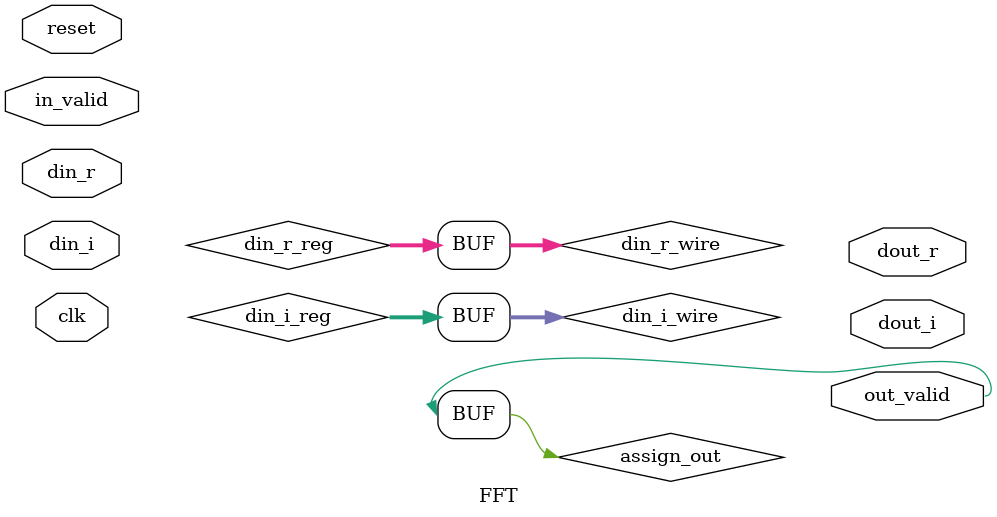
<source format=v>
`include "shift_16.v"
`include "shift_8.v"
`include "shift_4.v"
`include "shift_2.v"
`include "shift_1.v"
`include "radix2.v"
`include "ROM_16.v"
`include "ROM_8.v"
`include "ROM_4.v"
`include "ROM_2.v"

`timescale 1ns/10ps
module FFT(
		input wire clk,
		input wire  reset,
		input wire in_valid,
		input wire signed [11:0] din_r,
		input wire signed [11:0] din_i,
		output wire out_valid,
		output reg signed [15:0] dout_r,
		output reg signed [15:0] dout_i
	);

	integer i;
	reg signed  [15:0] result_r[0:31];
	reg signed  [15:0] result_i[0:31];
	reg signed  [15:0] result_r_ns[0:31];
	reg signed  [15:0] result_i_ns[0:31];
	reg signed [15:0] next_dout_r;
	reg signed [15:0] next_dout_i;
	reg         [5:0]   count_y;
	reg         [5:0]   next_count_y;

	reg signed [23:0] din_r_reg,din_i_reg;
	reg in_valid_reg,r4_valid,next_r4_valid;
	reg [1:0] no5_state;
	reg s5_count,next_s5_count;
	reg next_over,over;
	reg assign_out;
	reg next_out_valid;
	reg [4:0]y_1_delay;

	wire [23:0] out_r,out_i;
	wire [4:0] y_1;
	wire [23:0] din_r_wire,din_i_wire;

	assign out_valid = assign_out;
	assign y_1 = (count_y>5'd0)? (count_y - 5'd1) : count_y; 
	assign din_r_wire = din_r_reg;
	assign din_i_wire = din_i_reg;

	wire [1:0] rom16_state;
	wire [23:0]rom16_w_r,rom16_w_i;
	wire [23:0]shift_16_dout_r,shift_16_dout_i;
	wire [23:0] radix_no1_delay_r,radix_no1_delay_i;

	wire [1:0] rom8_state;
	wire [23:0]rom8_w_r,rom8_w_i;
	wire [23:0]shift_8_dout_r,shift_8_dout_i;
	wire [23:0]radix_no2_delay_r,radix_no2_delay_i;
	wire [23:0]radix_no1_op_r,radix_no1_op_i;
	wire [23:0]radix_no2_op_r,radix_no2_op_i;
	wire radix_no1_outvalid,radix_no2_outvalid;

	wire [1:0] rom4_state;
	wire [23:0]rom4_w_r,rom4_w_i;
	wire [23:0]shift_4_dout_r,shift_4_dout_i;
	wire [23:0]radix_no3_delay_r,radix_no3_delay_i;
	wire [23:0]radix_no3_op_r,radix_no3_op_i;
	wire radix_no3_outvalid;

	wire [1:0] rom2_state;
	wire [23:0]rom2_w_r,rom2_w_i;
	wire [23:0]shift_2_dout_r,shift_2_dout_i;
	wire [23:0]radix_no4_delay_r,radix_no4_delay_i;
	wire [23:0]radix_no4_op_r,radix_no4_op_i;
	wire radix_no4_outvalid;

	wire [23:0]shift_1_dout_r,shift_1_dout_i;
	wire [23:0]radix_no5_delay_r,radix_no5_delay_i;
	wire [23:0]radix_no5_op_r,radix_no5_op_i;

	radix2 radix_no1(
		.state(rom16_state),//state ctrl
		.din_a_r(shift_16_dout_r),//fb
		.din_a_i(shift_16_dout_i),//fb
		.din_b_r(din_r_wire),//input
		.din_b_i(din_i_wire),//input
		.w_r(rom16_w_r),//twindle_r
		.w_i(rom16_w_i),//twindle_i
		.op_r(radix_no1_op_r),
		.op_i(radix_no1_op_i),
		.delay_r(radix_no1_delay_r),
		.delay_i(radix_no1_delay_i),
		.outvalid(radix_no1_outvalid)
	);

	shift_16 shift_16(
		.clk(clk),.reset(reset),
		.in_valid(in_valid_reg),
		.din_r(radix_no1_delay_r),
		.din_i(radix_no1_delay_i),
		.dout_r(shift_16_dout_r),
		.dout_i(shift_16_dout_i)
	);

	ROM_16 rom16(
		.clk(clk),
		.in_valid(in_valid_reg),
		.reset(reset),
		.w_r(rom16_w_r),
		.w_i(rom16_w_i),
		.state(rom16_state)
	);

	radix2 radix_no2(
		.state(rom8_state),//state ctrl
		.din_a_r(shift_8_dout_r),//fb
		.din_a_i(shift_8_dout_i),//fb
		.din_b_r(radix_no1_op_r),//input
		.din_b_i(radix_no1_op_i),//input
		.w_r(rom8_w_r),//twindle
		.w_i(rom8_w_i),//d
		.op_r(radix_no2_op_r),
		.op_i(radix_no2_op_i),
		.delay_r(radix_no2_delay_r),
		.delay_i(radix_no2_delay_i),
		.outvalid(radix_no2_outvalid)
	);

	shift_8 shift_8(
		.clk(clk),.reset(reset),
		.in_valid(radix_no1_outvalid),
		.din_r(radix_no2_delay_r),
		.din_i(radix_no2_delay_i),
		.dout_r(shift_8_dout_r),
		.dout_i(shift_8_dout_i)
	);

	ROM_8 rom8(
		.clk(clk),
		.in_valid(radix_no1_outvalid),
		.reset(reset),
		.w_r(rom8_w_r),
		.w_i(rom8_w_i),
		.state(rom8_state)
	);


	radix2 radix_no3(
		.state(rom4_state),//state ctrl
		.din_a_r(shift_4_dout_r),//fb
		.din_a_i(shift_4_dout_i),//fb
		.din_b_r(radix_no2_op_r),//input
		.din_b_i(radix_no2_op_i),//input
		.w_r(rom4_w_r),//twindle
		.w_i(rom4_w_i),//d
		.op_r(radix_no3_op_r),
		.op_i(radix_no3_op_i),
		.delay_r(radix_no3_delay_r),
		.delay_i(radix_no3_delay_i),
		.outvalid(radix_no3_outvalid)
	);

	shift_4 shift_4(
		.clk(clk),.reset(reset),
		.in_valid(radix_no2_outvalid),
		.din_r(radix_no3_delay_r),
		.din_i(radix_no3_delay_i),
		.dout_r(shift_4_dout_r),
		.dout_i(shift_4_dout_i)  
	);

	ROM_4 rom4(
		.clk(clk),
		.in_valid(radix_no2_outvalid),
		.reset(reset),
		.w_r(rom4_w_r),
		.w_i(rom4_w_i),
		.state(rom4_state)
	);


	radix2 radix_no4(
		.state(rom2_state),//state ctrl
		.din_a_r(shift_2_dout_r),//fb
		.din_a_i(shift_2_dout_i),//fb
		.din_b_r(radix_no3_op_r),//input
		.din_b_i(radix_no3_op_i),//input
		.w_r(rom2_w_r),//twindle
		.w_i(rom2_w_i),//d
		.op_r(radix_no4_op_r),
		.op_i(radix_no4_op_i),
		.delay_r(radix_no4_delay_r),
		.delay_i(radix_no4_delay_i),
		.outvalid(radix_no4_outvalid)
	);

	shift_2 shift_2(
		.clk(clk),.reset(reset),
		.in_valid(radix_no3_outvalid),
		.din_r(radix_no4_delay_r),
		.din_i(radix_no4_delay_i),
		.dout_r(shift_2_dout_r),
		.dout_i(shift_2_dout_i)
	);

	ROM_2 rom2(
		.clk(clk),
		.in_valid(radix_no3_outvalid),
		.reset(reset),
		.w_r(rom2_w_r),
		.w_i(rom2_w_i),
		.state(rom2_state)
	);


	radix2 radix_no5(
		.state(no5_state),//state ctrl
		.din_a_r(shift_1_dout_r),//fb
		.din_a_i(shift_1_dout_i),//fb
		.din_b_r(radix_no4_op_r),//input
		.din_b_i(radix_no4_op_i),//input
		.w_r(24'd256),//twindle
		.w_i(24'd0),//d
		.op_r(out_r),
		.op_i(out_i),
		.delay_r(radix_no5_delay_r),
		.delay_i(radix_no5_delay_i),
		.outvalid()
	);

	shift_1 shift_1(
		.clk(clk),
		.reset(reset),
		.in_valid(radix_no4_outvalid),
		.din_r(radix_no5_delay_r),
		.din_i(radix_no5_delay_i),
		.dout_r(shift_1_dout_r),
		.dout_i(shift_1_dout_i)
	);

	// always@(posedge clk or posedge reset)begin
	// 	if(reset)begin
	// 		din_r_reg <= 0;
	// 		din_i_reg <= 0;
	// 		in_valid_reg <= 0;
	// 		s5_count <= 0;
	// 		r4_valid <= 0;
	// 		count_y <= 0;
	// 		assign_out <= 0;
	// 		over <= 0;
	// 		dout_r <= 0;
	// 		dout_i <= 0;
	// 		y_1_delay <= 0;
	// 		for (i=0;i<=31;i=i+1) begin
	// 			result_r[i] <= 0;
	// 			result_i[i] <= 0;
	// 		end
	// 	end
	// 	else begin
	// 		din_r_reg <= {{4{din_r[11]}},din_r,8'b0};
	// 		din_i_reg <= {{4{din_i[11]}},din_i,8'b0};
	// 		in_valid_reg <= in_valid;
	// 		s5_count <= next_s5_count;
	// 		r4_valid <= next_r4_valid;
	// 		count_y  <= next_count_y;
	// 		assign_out <= next_out_valid;
	// 		over <= next_over;
	// 		y_1_delay <= y_1;
	// 		dout_r <= next_dout_r;
	// 		dout_i <= next_dout_i;
	// 		for (i=0;i<=31;i=i+1) begin
	// 			result_r[i] <= result_r_ns[i];
	// 			result_i[i] <= result_i_ns[i];
	// 		end
	// 		$display("Valor de result_r %0d", result_r[i]);
	// 	end
	// end
	// always@(*)begin

	// 	next_r4_valid = radix_no4_outvalid;
	// 	if (r4_valid)next_s5_count = s5_count + 1;
	// 	else next_s5_count = s5_count;
		
	// 	if(r4_valid && s5_count == 1'b0)no5_state = 2'b01;
	// 	else if(r4_valid && s5_count == 1'b1)no5_state = 2'b10;
	// 	else no5_state = 2'b00;

	// 	if(radix_no4_outvalid) next_count_y = count_y + 5'd1;
	// 	else next_count_y = count_y;

	// 	if(next_out_valid) begin
	// 		next_dout_r = result_r[y_1_delay];
	// 		next_dout_i = result_i[y_1_delay];
	// 	end
	// 	else begin
	// 		next_dout_r = dout_r;
	// 		next_dout_i = dout_i;
	// 	end
	// end
	
	// always @(*) begin

	// 	next_over = over;
	// 	for (i=0;i<=31;i=i+1) begin
	// 		result_r_ns[i] = result_r[i];
	// 		result_i_ns[i] = result_i[i];
	// 	end
	// 	if(next_over==1'b1)next_out_valid = 1'b1;
	// 	else next_out_valid = assign_out;

	// 	if(over!=1'b1) begin
	// 		case((y_1))
	// 		5'd0 : begin            
	// 			result_r_ns[31] = out_r[23:8];
	// 			result_i_ns[31] = out_i[23:8];
				
	// 		end
	// 		5'd1 : begin            
	// 			result_r_ns[15] = out_r[23:8];
	// 			result_i_ns[15] = out_i[23:8];
	// 		end
	// 		5'd2 : begin            
	// 			result_r_ns[7 ] = out_r[23:8];
	// 			result_i_ns[7 ] = out_i[23:8];
	// 		end
	// 		5'd3 : begin            
	// 			result_r_ns[23] = out_r[23:8];
	// 			result_i_ns[23] = out_i[23:8];
	// 		end
	// 		5'd4 : begin            
	// 			result_r_ns[3 ] = out_r[23:8];
	// 			result_i_ns[3 ] = out_i[23:8];
	// 		end
	// 		5'd5 : begin            
	// 			result_r_ns[19] = out_r[23:8];
	// 			result_i_ns[19] = out_i[23:8];
	// 		end
	// 		5'd6 : begin            
	// 			result_r_ns[11] = out_r[23:8];
	// 			result_i_ns[11] = out_i[23:8];
	// 		end
	// 		5'd7 : begin            
	// 			result_r_ns[27] = out_r[23:8];
	// 			result_i_ns[27] = out_i[23:8];
	// 		end
	// 		5'd8: begin            
	// 			result_r_ns[1 ] = out_r[23:8];
	// 			result_i_ns[1 ] = out_i[23:8];
	// 		end
	// 		5'd9: begin            
	// 			result_r_ns[17] = out_r[23:8];
	// 			result_i_ns[17] = out_i[23:8];
	// 		end
	// 		5'd10: begin            
	// 			result_r_ns[9] = out_r[23:8];
	// 			result_i_ns[9] = out_i[23:8];
	// 		end
	// 		5'd11: begin            
	// 			result_r_ns[25] = out_r[23:8];
	// 			result_i_ns[25] = out_i[23:8];
	// 		end
	// 		5'd12: begin            
	// 			result_r_ns[5 ] = out_r[23:8];
	// 			result_i_ns[5 ] = out_i[23:8];
	// 		end
	// 		5'd13: begin            
	// 			result_r_ns[21] = out_r[23:8];
	// 			result_i_ns[21] = out_i[23:8];
	// 		end
	// 		5'd14: begin            
	// 			result_r_ns[13] = out_r[23:8];
	// 			result_i_ns[13] = out_i[23:8];
	// 		end
	// 		5'd15: begin            
	// 			result_r_ns[29] = out_r[23:8];
	// 			result_i_ns[29] = out_i[23:8];
	// 		end
	// 		5'd16: begin            
	// 			result_r_ns[0 ] = out_r[23:8];
	// 			result_i_ns[0 ] = out_i[23:8];
	// 		end
	// 		5'd17: begin            
	// 			result_r_ns[16] = out_r[23:8];
	// 			result_i_ns[16] = out_i[23:8];
	// 		end
	// 		5'd18: begin            
	// 			result_r_ns[8 ] = out_r[23:8];
	// 			result_i_ns[8 ] = out_i[23:8];
	// 		end
	// 		5'd19: begin            
	// 			result_r_ns[24] = out_r[23:8];
	// 			result_i_ns[24] = out_i[23:8];
	// 		end
	// 		5'd20: begin            
	// 			result_r_ns[4 ] = out_r[23:8];
	// 			result_i_ns[4 ] = out_i[23:8];
	// 		end
	// 		5'd21: begin            
	// 			result_r_ns[20] = out_r[23:8];
	// 			result_i_ns[20] = out_i[23:8];
	// 		end
	// 		5'd22: begin            
	// 			result_r_ns[12] = out_r[23:8];
	// 			result_i_ns[12] = out_i[23:8];
	// 		end
	// 		5'd23: begin            
	// 			result_r_ns[28] = out_r[23:8];
	// 			result_i_ns[28] = out_i[23:8];
	// 		end
	// 		5'd24: begin            
	// 			result_r_ns[2 ] = out_r[23:8];
	// 			result_i_ns[2 ] = out_i[23:8];
	// 		end
	// 		5'd25: begin            
	// 			result_r_ns[18] = out_r[23:8];
	// 			result_i_ns[18] = out_i[23:8];
	// 		end
	// 		5'd26: begin            
	// 			result_r_ns[10] = out_r[23:8];
	// 			result_i_ns[10] = out_i[23:8];
	// 		end
	// 		5'd27: begin            
	// 			result_r_ns[26] = out_r[23:8];
	// 			result_i_ns[26] = out_i[23:8];
	// 		end
	// 		5'd28: begin            
	// 			result_r_ns[6 ] = out_r[23:8];
	// 			result_i_ns[6 ] = out_i[23:8];
	// 		end
	// 		5'd29: begin            
	// 			result_r_ns[22] = out_r[23:8];
	// 			result_i_ns[22] = out_i[23:8];
	// 		end
	// 		5'd30 : begin            
	// 			result_r_ns[14] = out_r[23:8];
	// 			result_i_ns[14] = out_i[23:8];
	// 		end
	// 		5'd31 : begin            
	// 			result_r_ns[30] = out_r[23:8];
	// 			result_i_ns[30] = out_i[23:8];
	// 			next_over = 1'b1;
	// 				end

	// 		endcase
	// 	end
	// end

endmodule

</source>
